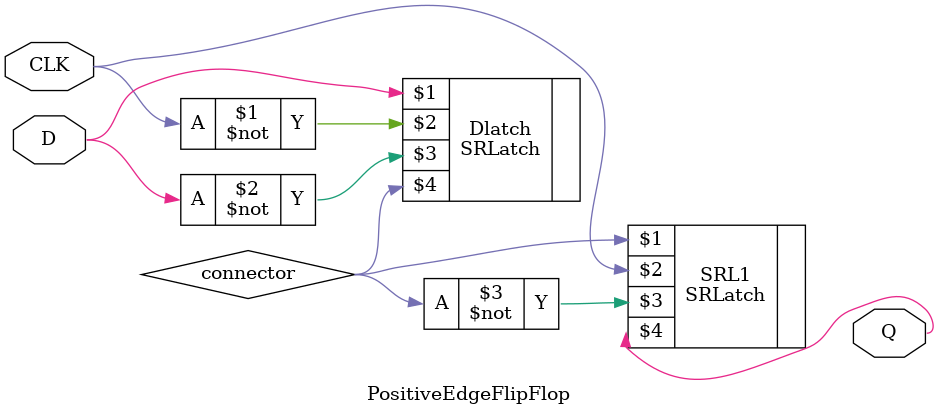
<source format=v>
module PositiveEdgeFlipFlop(D, CLK, Q);
	input D;
	input CLK;
	output Q;
	
	wire connector;
	SRLatch Dlatch(D, ~CLK, ~D, connector);
	SRLatch SRL1(connector, CLK, ~connector, Q);
endmodule
</source>
